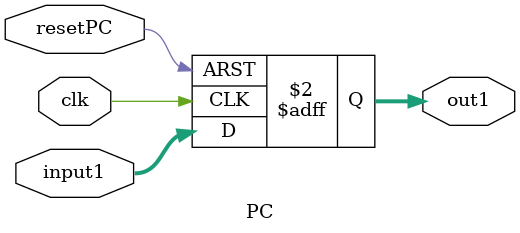
<source format=v>



module PC(input1, clk, resetPC, out1);
  
  input [31:0] input1;
  input clk, resetPC;
  output reg [31:0] out1;
  
  //Reset case and handling output

  always @ (posedge clk or posedge resetPC) begin
    if (resetPC)
      out1 <= 4096;
    else
      out1 <= input1;
  end
  
endmodule
</source>
